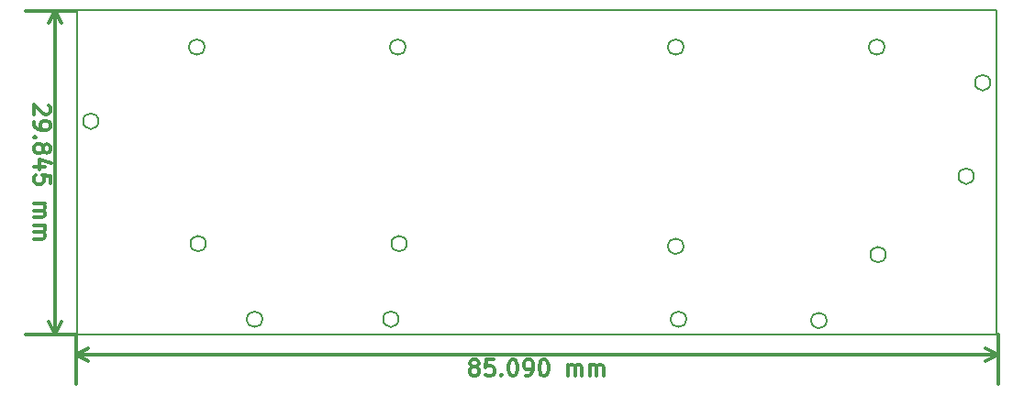
<source format=gbr>
G04 (created by PCBNEW (22-Jun-2014 BZR 4027)-stable) date Thu 28 Jun 2018 06:15:12 PM CST*
%MOIN*%
G04 Gerber Fmt 3.4, Leading zero omitted, Abs format*
%FSLAX34Y34*%
G01*
G70*
G90*
G04 APERTURE LIST*
%ADD10C,0.00393701*%
%ADD11C,0.00590551*%
%ADD12C,0.011811*%
G04 APERTURE END LIST*
G54D10*
G54D11*
X146932Y-98450D02*
G75*
G03X146932Y-98450I-282J0D01*
G74*
G01*
X141582Y-103700D02*
G75*
G03X141582Y-103700I-282J0D01*
G74*
G01*
X147532Y-95050D02*
G75*
G03X147532Y-95050I-282J0D01*
G74*
G01*
X136482Y-103650D02*
G75*
G03X136482Y-103650I-282J0D01*
G74*
G01*
X115132Y-96450D02*
G75*
G03X115132Y-96450I-282J0D01*
G74*
G01*
X121082Y-103650D02*
G75*
G03X121082Y-103650I-282J0D01*
G74*
G01*
X126032Y-103650D02*
G75*
G03X126032Y-103650I-282J0D01*
G74*
G01*
X143732Y-101300D02*
G75*
G03X143732Y-101300I-282J0D01*
G74*
G01*
X136382Y-101000D02*
G75*
G03X136382Y-101000I-282J0D01*
G74*
G01*
X143682Y-93750D02*
G75*
G03X143682Y-93750I-282J0D01*
G74*
G01*
X136382Y-93750D02*
G75*
G03X136382Y-93750I-282J0D01*
G74*
G01*
X119032Y-100900D02*
G75*
G03X119032Y-100900I-282J0D01*
G74*
G01*
X126332Y-100900D02*
G75*
G03X126332Y-100900I-282J0D01*
G74*
G01*
X126282Y-93750D02*
G75*
G03X126282Y-93750I-282J0D01*
G74*
G01*
X118982Y-93750D02*
G75*
G03X118982Y-93750I-282J0D01*
G74*
G01*
G54D12*
X113323Y-95872D02*
X113351Y-95900D01*
X113380Y-95956D01*
X113380Y-96097D01*
X113351Y-96153D01*
X113323Y-96181D01*
X113267Y-96209D01*
X113211Y-96209D01*
X113126Y-96181D01*
X112789Y-95844D01*
X112789Y-96209D01*
X112789Y-96491D02*
X112789Y-96603D01*
X112817Y-96659D01*
X112845Y-96687D01*
X112930Y-96744D01*
X113042Y-96772D01*
X113267Y-96772D01*
X113323Y-96744D01*
X113351Y-96716D01*
X113380Y-96659D01*
X113380Y-96547D01*
X113351Y-96491D01*
X113323Y-96462D01*
X113267Y-96434D01*
X113126Y-96434D01*
X113070Y-96462D01*
X113042Y-96491D01*
X113014Y-96547D01*
X113014Y-96659D01*
X113042Y-96716D01*
X113070Y-96744D01*
X113126Y-96772D01*
X112845Y-97025D02*
X112817Y-97053D01*
X112789Y-97025D01*
X112817Y-96997D01*
X112845Y-97025D01*
X112789Y-97025D01*
X113126Y-97390D02*
X113155Y-97334D01*
X113183Y-97306D01*
X113239Y-97278D01*
X113267Y-97278D01*
X113323Y-97306D01*
X113351Y-97334D01*
X113380Y-97390D01*
X113380Y-97503D01*
X113351Y-97559D01*
X113323Y-97587D01*
X113267Y-97615D01*
X113239Y-97615D01*
X113183Y-97587D01*
X113155Y-97559D01*
X113126Y-97503D01*
X113126Y-97390D01*
X113098Y-97334D01*
X113070Y-97306D01*
X113014Y-97278D01*
X112901Y-97278D01*
X112845Y-97306D01*
X112817Y-97334D01*
X112789Y-97390D01*
X112789Y-97503D01*
X112817Y-97559D01*
X112845Y-97587D01*
X112901Y-97615D01*
X113014Y-97615D01*
X113070Y-97587D01*
X113098Y-97559D01*
X113126Y-97503D01*
X113183Y-98122D02*
X112789Y-98122D01*
X113408Y-97981D02*
X112986Y-97840D01*
X112986Y-98206D01*
X113380Y-98712D02*
X113380Y-98431D01*
X113098Y-98403D01*
X113126Y-98431D01*
X113155Y-98487D01*
X113155Y-98628D01*
X113126Y-98684D01*
X113098Y-98712D01*
X113042Y-98740D01*
X112901Y-98740D01*
X112845Y-98712D01*
X112817Y-98684D01*
X112789Y-98628D01*
X112789Y-98487D01*
X112817Y-98431D01*
X112845Y-98403D01*
X112789Y-99443D02*
X113183Y-99443D01*
X113126Y-99443D02*
X113155Y-99471D01*
X113183Y-99528D01*
X113183Y-99612D01*
X113155Y-99668D01*
X113098Y-99696D01*
X112789Y-99696D01*
X113098Y-99696D02*
X113155Y-99725D01*
X113183Y-99781D01*
X113183Y-99865D01*
X113155Y-99921D01*
X113098Y-99950D01*
X112789Y-99950D01*
X112789Y-100231D02*
X113183Y-100231D01*
X113126Y-100231D02*
X113155Y-100259D01*
X113183Y-100315D01*
X113183Y-100399D01*
X113155Y-100456D01*
X113098Y-100484D01*
X112789Y-100484D01*
X113098Y-100484D02*
X113155Y-100512D01*
X113183Y-100568D01*
X113183Y-100653D01*
X113155Y-100709D01*
X113098Y-100737D01*
X112789Y-100737D01*
X113560Y-92444D02*
X113560Y-104194D01*
X114310Y-92444D02*
X112497Y-92444D01*
X114310Y-104194D02*
X112497Y-104194D01*
X113560Y-104194D02*
X113329Y-103750D01*
X113560Y-104194D02*
X113790Y-103750D01*
X113560Y-92444D02*
X113329Y-92887D01*
X113560Y-92444D02*
X113790Y-92887D01*
X128725Y-105377D02*
X128669Y-105348D01*
X128641Y-105320D01*
X128613Y-105264D01*
X128613Y-105236D01*
X128641Y-105180D01*
X128669Y-105152D01*
X128725Y-105123D01*
X128838Y-105123D01*
X128894Y-105152D01*
X128922Y-105180D01*
X128950Y-105236D01*
X128950Y-105264D01*
X128922Y-105320D01*
X128894Y-105348D01*
X128838Y-105377D01*
X128725Y-105377D01*
X128669Y-105405D01*
X128641Y-105433D01*
X128613Y-105489D01*
X128613Y-105602D01*
X128641Y-105658D01*
X128669Y-105686D01*
X128725Y-105714D01*
X128838Y-105714D01*
X128894Y-105686D01*
X128922Y-105658D01*
X128950Y-105602D01*
X128950Y-105489D01*
X128922Y-105433D01*
X128894Y-105405D01*
X128838Y-105377D01*
X129485Y-105123D02*
X129203Y-105123D01*
X129175Y-105405D01*
X129203Y-105377D01*
X129260Y-105348D01*
X129400Y-105348D01*
X129457Y-105377D01*
X129485Y-105405D01*
X129513Y-105461D01*
X129513Y-105602D01*
X129485Y-105658D01*
X129457Y-105686D01*
X129400Y-105714D01*
X129260Y-105714D01*
X129203Y-105686D01*
X129175Y-105658D01*
X129766Y-105658D02*
X129794Y-105686D01*
X129766Y-105714D01*
X129738Y-105686D01*
X129766Y-105658D01*
X129766Y-105714D01*
X130160Y-105123D02*
X130216Y-105123D01*
X130272Y-105152D01*
X130300Y-105180D01*
X130328Y-105236D01*
X130356Y-105348D01*
X130356Y-105489D01*
X130328Y-105602D01*
X130300Y-105658D01*
X130272Y-105686D01*
X130216Y-105714D01*
X130160Y-105714D01*
X130103Y-105686D01*
X130075Y-105658D01*
X130047Y-105602D01*
X130019Y-105489D01*
X130019Y-105348D01*
X130047Y-105236D01*
X130075Y-105180D01*
X130103Y-105152D01*
X130160Y-105123D01*
X130638Y-105714D02*
X130750Y-105714D01*
X130806Y-105686D01*
X130835Y-105658D01*
X130891Y-105573D01*
X130919Y-105461D01*
X130919Y-105236D01*
X130891Y-105180D01*
X130863Y-105152D01*
X130806Y-105123D01*
X130694Y-105123D01*
X130638Y-105152D01*
X130610Y-105180D01*
X130581Y-105236D01*
X130581Y-105377D01*
X130610Y-105433D01*
X130638Y-105461D01*
X130694Y-105489D01*
X130806Y-105489D01*
X130863Y-105461D01*
X130891Y-105433D01*
X130919Y-105377D01*
X131284Y-105123D02*
X131341Y-105123D01*
X131397Y-105152D01*
X131425Y-105180D01*
X131453Y-105236D01*
X131481Y-105348D01*
X131481Y-105489D01*
X131453Y-105602D01*
X131425Y-105658D01*
X131397Y-105686D01*
X131341Y-105714D01*
X131284Y-105714D01*
X131228Y-105686D01*
X131200Y-105658D01*
X131172Y-105602D01*
X131144Y-105489D01*
X131144Y-105348D01*
X131172Y-105236D01*
X131200Y-105180D01*
X131228Y-105152D01*
X131284Y-105123D01*
X132184Y-105714D02*
X132184Y-105320D01*
X132184Y-105377D02*
X132212Y-105348D01*
X132269Y-105320D01*
X132353Y-105320D01*
X132409Y-105348D01*
X132437Y-105405D01*
X132437Y-105714D01*
X132437Y-105405D02*
X132466Y-105348D01*
X132522Y-105320D01*
X132606Y-105320D01*
X132662Y-105348D01*
X132691Y-105405D01*
X132691Y-105714D01*
X132972Y-105714D02*
X132972Y-105320D01*
X132972Y-105377D02*
X133000Y-105348D01*
X133056Y-105320D01*
X133140Y-105320D01*
X133197Y-105348D01*
X133225Y-105405D01*
X133225Y-105714D01*
X133225Y-105405D02*
X133253Y-105348D01*
X133309Y-105320D01*
X133394Y-105320D01*
X133450Y-105348D01*
X133478Y-105405D01*
X133478Y-105714D01*
X114310Y-104943D02*
X147810Y-104943D01*
X114310Y-104194D02*
X114310Y-106006D01*
X147810Y-104194D02*
X147810Y-106006D01*
X147810Y-104943D02*
X147366Y-105174D01*
X147810Y-104943D02*
X147366Y-104713D01*
X114310Y-104943D02*
X114753Y-105174D01*
X114310Y-104943D02*
X114753Y-104713D01*
G54D11*
X114360Y-104194D02*
X114360Y-92394D01*
X147760Y-104194D02*
X114360Y-104194D01*
X147760Y-92394D02*
X147760Y-104194D01*
X114360Y-92394D02*
X147760Y-92394D01*
M02*

</source>
